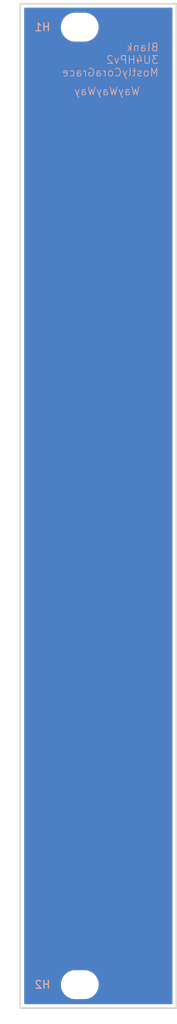
<source format=kicad_pcb>
(kicad_pcb (version 20241229) (generator "pcbnew") (generator_version "9.0")
  (layers (0 "F.Cu" signal) (2 "B.Cu" signal) (13 "F.Paste" user) (15 "B.Paste" user) (5 "F.SilkS" user "F.Silkscreen") (7 "B.SilkS" user "B.Silkscreen") (1 "F.Mask" user) (3 "B.Mask" user) (25 "Edge.Cuts" user))
  (net 0 "")
  (footprint "EXC:MountingHole_3.2mm_M3" (layer "F.Cu") (at 7.62 5.425)
    (property "Reference" "H1" (at -3.683 0 0) (layer "B.SilkS") (effects (justify left mirror)))
    (property "Value" "Eurorack_M3_MountingHole")
    (pad "" np_thru_hole oval (at 0 0) (size 4.34 3.2) (drill oval 4.34 3.2) (layers "*.Cu" "*.Mask"))
  )
  (footprint "EXC:MountingHole_3.2mm_M3" (layer "F.Cu") (at 7.62 127.925)
    (property "Reference" "H2" (at -3.683 0 0) (layer "B.SilkS") (effects (justify left mirror)))
    (property "Value" "Eurorack_M3_MountingHole")
    (pad "" np_thru_hole oval (at 0 0) (size 4.34 3.2) (drill oval 4.34 3.2) (layers "*.Cu" "*.Mask"))
  )
  (gr_rect (start 0 2.425) (end 20 130.925) (stroke (width 0.2)) (fill no) (layer "Edge.Cuts"))
  (gr_text "Blank\n3U4HPv2\nMostlyCoraGrace" (at 17.8 11.8 0) (layer "B.SilkS") (effects (font (size 1 1) (thickness 0.1)) (justify left bottom mirror)))
  (gr_text "WayWayWay" (at 15.4 14.2 0) (layer "B.SilkS") (effects (font (size 1 1) (thickness 0.1)) (justify left bottom mirror)))
  (zone (net 0) (net_name "") (layers "F.Cu" "B.Cu") (connect_pads (clearance 0.5)) (min_thickness 0.25) (fill yes (thermal_gap 0.5) (thermal_bridge_width 0.5) (island_removal_mode 1) (island_area_min 10))
    (polygon (pts (xy 0 2.425) (xy 20 2.425) (xy 20 130.925) (xy 0 130.925)))
  )
)
</source>
